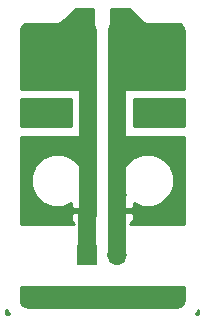
<source format=gtl>
G04 #@! TF.FileFunction,Copper,L1,Top,Signal*
%FSLAX46Y46*%
G04 Gerber Fmt 4.6, Leading zero omitted, Abs format (unit mm)*
G04 Created by KiCad (PCBNEW 4.0.7) date 05/14/18 11:13:13*
%MOMM*%
%LPD*%
G01*
G04 APERTURE LIST*
%ADD10C,0.100000*%
%ADD11R,1.500000X1.250000*%
%ADD12R,1.700000X1.700000*%
%ADD13O,1.700000X1.700000*%
%ADD14C,1.500000*%
%ADD15C,1.500000*%
%ADD16C,0.250000*%
%ADD17C,0.254000*%
G04 APERTURE END LIST*
D10*
D11*
X143530000Y-100330000D03*
X146030000Y-100330000D03*
D12*
X143510000Y-104140000D03*
D13*
X146050000Y-104140000D03*
D14*
X143510000Y-85090000D03*
X146050000Y-85090000D03*
D15*
X143530000Y-100330000D02*
X143530000Y-85110000D01*
X143530000Y-85110000D02*
X143510000Y-85090000D01*
X143510000Y-104140000D02*
X143510000Y-100350000D01*
X143510000Y-100350000D02*
X143530000Y-100330000D01*
D16*
X143510000Y-100350000D02*
X143530000Y-100330000D01*
D15*
X146030000Y-100330000D02*
X146030000Y-85110000D01*
X146030000Y-85110000D02*
X146050000Y-85090000D01*
X146050000Y-104140000D02*
X146050000Y-100350000D01*
X146050000Y-100350000D02*
X146030000Y-100330000D01*
D17*
G36*
X142113000Y-93218000D02*
X137870000Y-93218000D01*
X137870000Y-90932000D01*
X142113000Y-90932000D01*
X142113000Y-93218000D01*
X142113000Y-93218000D01*
G37*
X142113000Y-93218000D02*
X137870000Y-93218000D01*
X137870000Y-90932000D01*
X142113000Y-90932000D01*
X142113000Y-93218000D01*
G36*
X151690000Y-93218000D02*
X147447000Y-93218000D01*
X147447000Y-90932000D01*
X151690000Y-90932000D01*
X151690000Y-93218000D01*
X151690000Y-93218000D01*
G37*
X151690000Y-93218000D02*
X147447000Y-93218000D01*
X147447000Y-90932000D01*
X151690000Y-90932000D01*
X151690000Y-93218000D01*
G36*
X136666329Y-108830462D02*
X136841751Y-109093000D01*
X136652000Y-109093000D01*
X136652000Y-108795868D01*
X136666329Y-108830462D01*
X136666329Y-108830462D01*
G37*
X136666329Y-108830462D02*
X136841751Y-109093000D01*
X136652000Y-109093000D01*
X136652000Y-108795868D01*
X136666329Y-108830462D01*
G36*
X152908000Y-109093000D02*
X152718249Y-109093000D01*
X152893671Y-108830463D01*
X152908000Y-108795870D01*
X152908000Y-109093000D01*
X152908000Y-109093000D01*
G37*
X152908000Y-109093000D02*
X152718249Y-109093000D01*
X152893671Y-108830463D01*
X152908000Y-108795870D01*
X152908000Y-109093000D01*
G36*
X151690000Y-107880069D02*
X151634521Y-108158981D01*
X151516145Y-108336144D01*
X151338979Y-108454522D01*
X151060070Y-108510000D01*
X138499931Y-108510000D01*
X138221019Y-108454521D01*
X138043856Y-108336145D01*
X137925478Y-108158979D01*
X137870000Y-107880070D01*
X137870000Y-106807000D01*
X151690000Y-106807000D01*
X151690000Y-107880069D01*
X151690000Y-107880069D01*
G37*
X151690000Y-107880069D02*
X151634521Y-108158981D01*
X151516145Y-108336144D01*
X151338979Y-108454522D01*
X151060070Y-108510000D01*
X138499931Y-108510000D01*
X138221019Y-108454521D01*
X138043856Y-108336145D01*
X137925478Y-108158979D01*
X137870000Y-107880070D01*
X137870000Y-106807000D01*
X151690000Y-106807000D01*
X151690000Y-107880069D01*
G36*
X148087954Y-84322046D02*
X148318295Y-84475954D01*
X148590000Y-84530000D01*
X151060070Y-84530000D01*
X151338979Y-84585478D01*
X151516145Y-84703856D01*
X151634521Y-84881019D01*
X151690000Y-85159931D01*
X151690000Y-90043000D01*
X146685000Y-90043000D01*
X146635590Y-90053006D01*
X146593965Y-90081447D01*
X146566685Y-90123841D01*
X146558000Y-90170000D01*
X146558000Y-93980000D01*
X146568006Y-94029410D01*
X146596447Y-94071035D01*
X146638841Y-94098315D01*
X146685000Y-94107000D01*
X151690000Y-94107000D01*
X151690000Y-101473000D01*
X147160025Y-101473000D01*
X147318327Y-101314699D01*
X147415000Y-101081310D01*
X147415000Y-100615750D01*
X147256250Y-100457000D01*
X146157000Y-100457000D01*
X146157000Y-100477000D01*
X145903000Y-100477000D01*
X145903000Y-100457000D01*
X145883000Y-100457000D01*
X145883000Y-100203000D01*
X145903000Y-100203000D01*
X145903000Y-99228750D01*
X146157000Y-99228750D01*
X146157000Y-100203000D01*
X147256250Y-100203000D01*
X147415000Y-100044250D01*
X147415000Y-99722120D01*
X148143481Y-100024611D01*
X149032619Y-100025387D01*
X149854372Y-99685845D01*
X150483636Y-99057679D01*
X150824611Y-98236519D01*
X150825387Y-97347381D01*
X150485845Y-96525628D01*
X149857679Y-95896364D01*
X149036519Y-95555389D01*
X148147381Y-95554613D01*
X147325628Y-95894155D01*
X146696364Y-96522321D01*
X146355389Y-97343481D01*
X146354613Y-98232619D01*
X146694155Y-99054372D01*
X146709756Y-99070000D01*
X146315750Y-99070000D01*
X146157000Y-99228750D01*
X145903000Y-99228750D01*
X145744250Y-99070000D01*
X145542000Y-99070000D01*
X145542000Y-83260000D01*
X147025908Y-83260000D01*
X148087954Y-84322046D01*
X148087954Y-84322046D01*
G37*
X148087954Y-84322046D02*
X148318295Y-84475954D01*
X148590000Y-84530000D01*
X151060070Y-84530000D01*
X151338979Y-84585478D01*
X151516145Y-84703856D01*
X151634521Y-84881019D01*
X151690000Y-85159931D01*
X151690000Y-90043000D01*
X146685000Y-90043000D01*
X146635590Y-90053006D01*
X146593965Y-90081447D01*
X146566685Y-90123841D01*
X146558000Y-90170000D01*
X146558000Y-93980000D01*
X146568006Y-94029410D01*
X146596447Y-94071035D01*
X146638841Y-94098315D01*
X146685000Y-94107000D01*
X151690000Y-94107000D01*
X151690000Y-101473000D01*
X147160025Y-101473000D01*
X147318327Y-101314699D01*
X147415000Y-101081310D01*
X147415000Y-100615750D01*
X147256250Y-100457000D01*
X146157000Y-100457000D01*
X146157000Y-100477000D01*
X145903000Y-100477000D01*
X145903000Y-100457000D01*
X145883000Y-100457000D01*
X145883000Y-100203000D01*
X145903000Y-100203000D01*
X145903000Y-99228750D01*
X146157000Y-99228750D01*
X146157000Y-100203000D01*
X147256250Y-100203000D01*
X147415000Y-100044250D01*
X147415000Y-99722120D01*
X148143481Y-100024611D01*
X149032619Y-100025387D01*
X149854372Y-99685845D01*
X150483636Y-99057679D01*
X150824611Y-98236519D01*
X150825387Y-97347381D01*
X150485845Y-96525628D01*
X149857679Y-95896364D01*
X149036519Y-95555389D01*
X148147381Y-95554613D01*
X147325628Y-95894155D01*
X146696364Y-96522321D01*
X146355389Y-97343481D01*
X146354613Y-98232619D01*
X146694155Y-99054372D01*
X146709756Y-99070000D01*
X146315750Y-99070000D01*
X146157000Y-99228750D01*
X145903000Y-99228750D01*
X145744250Y-99070000D01*
X145542000Y-99070000D01*
X145542000Y-83260000D01*
X147025908Y-83260000D01*
X148087954Y-84322046D01*
G36*
X144018000Y-99070000D02*
X143815750Y-99070000D01*
X143657000Y-99228750D01*
X143657000Y-100203000D01*
X143677000Y-100203000D01*
X143677000Y-100457000D01*
X143657000Y-100457000D01*
X143657000Y-100477000D01*
X143403000Y-100477000D01*
X143403000Y-100457000D01*
X142303750Y-100457000D01*
X142145000Y-100615750D01*
X142145000Y-101081310D01*
X142241673Y-101314699D01*
X142399975Y-101473000D01*
X137870000Y-101473000D01*
X137870000Y-98232619D01*
X138734613Y-98232619D01*
X139074155Y-99054372D01*
X139702321Y-99683636D01*
X140523481Y-100024611D01*
X141412619Y-100025387D01*
X142145000Y-99722773D01*
X142145000Y-100044250D01*
X142303750Y-100203000D01*
X143403000Y-100203000D01*
X143403000Y-99228750D01*
X143244250Y-99070000D01*
X142851293Y-99070000D01*
X142863636Y-99057679D01*
X143204611Y-98236519D01*
X143205387Y-97347381D01*
X142865845Y-96525628D01*
X142237679Y-95896364D01*
X141416519Y-95555389D01*
X140527381Y-95554613D01*
X139705628Y-95894155D01*
X139076364Y-96522321D01*
X138735389Y-97343481D01*
X138734613Y-98232619D01*
X137870000Y-98232619D01*
X137870000Y-94107000D01*
X142875000Y-94107000D01*
X142924410Y-94096994D01*
X142966035Y-94068553D01*
X142993315Y-94026159D01*
X143002000Y-93980000D01*
X143002000Y-90170000D01*
X142991994Y-90120590D01*
X142963553Y-90078965D01*
X142921159Y-90051685D01*
X142875000Y-90043000D01*
X137870000Y-90043000D01*
X137870000Y-85159930D01*
X137925478Y-84881021D01*
X138043856Y-84703855D01*
X138221019Y-84585479D01*
X138499931Y-84530000D01*
X140970000Y-84530000D01*
X141241705Y-84475954D01*
X141472046Y-84322046D01*
X142534092Y-83260000D01*
X144018000Y-83260000D01*
X144018000Y-99070000D01*
X144018000Y-99070000D01*
G37*
X144018000Y-99070000D02*
X143815750Y-99070000D01*
X143657000Y-99228750D01*
X143657000Y-100203000D01*
X143677000Y-100203000D01*
X143677000Y-100457000D01*
X143657000Y-100457000D01*
X143657000Y-100477000D01*
X143403000Y-100477000D01*
X143403000Y-100457000D01*
X142303750Y-100457000D01*
X142145000Y-100615750D01*
X142145000Y-101081310D01*
X142241673Y-101314699D01*
X142399975Y-101473000D01*
X137870000Y-101473000D01*
X137870000Y-98232619D01*
X138734613Y-98232619D01*
X139074155Y-99054372D01*
X139702321Y-99683636D01*
X140523481Y-100024611D01*
X141412619Y-100025387D01*
X142145000Y-99722773D01*
X142145000Y-100044250D01*
X142303750Y-100203000D01*
X143403000Y-100203000D01*
X143403000Y-99228750D01*
X143244250Y-99070000D01*
X142851293Y-99070000D01*
X142863636Y-99057679D01*
X143204611Y-98236519D01*
X143205387Y-97347381D01*
X142865845Y-96525628D01*
X142237679Y-95896364D01*
X141416519Y-95555389D01*
X140527381Y-95554613D01*
X139705628Y-95894155D01*
X139076364Y-96522321D01*
X138735389Y-97343481D01*
X138734613Y-98232619D01*
X137870000Y-98232619D01*
X137870000Y-94107000D01*
X142875000Y-94107000D01*
X142924410Y-94096994D01*
X142966035Y-94068553D01*
X142993315Y-94026159D01*
X143002000Y-93980000D01*
X143002000Y-90170000D01*
X142991994Y-90120590D01*
X142963553Y-90078965D01*
X142921159Y-90051685D01*
X142875000Y-90043000D01*
X137870000Y-90043000D01*
X137870000Y-85159930D01*
X137925478Y-84881021D01*
X138043856Y-84703855D01*
X138221019Y-84585479D01*
X138499931Y-84530000D01*
X140970000Y-84530000D01*
X141241705Y-84475954D01*
X141472046Y-84322046D01*
X142534092Y-83260000D01*
X144018000Y-83260000D01*
X144018000Y-99070000D01*
M02*

</source>
